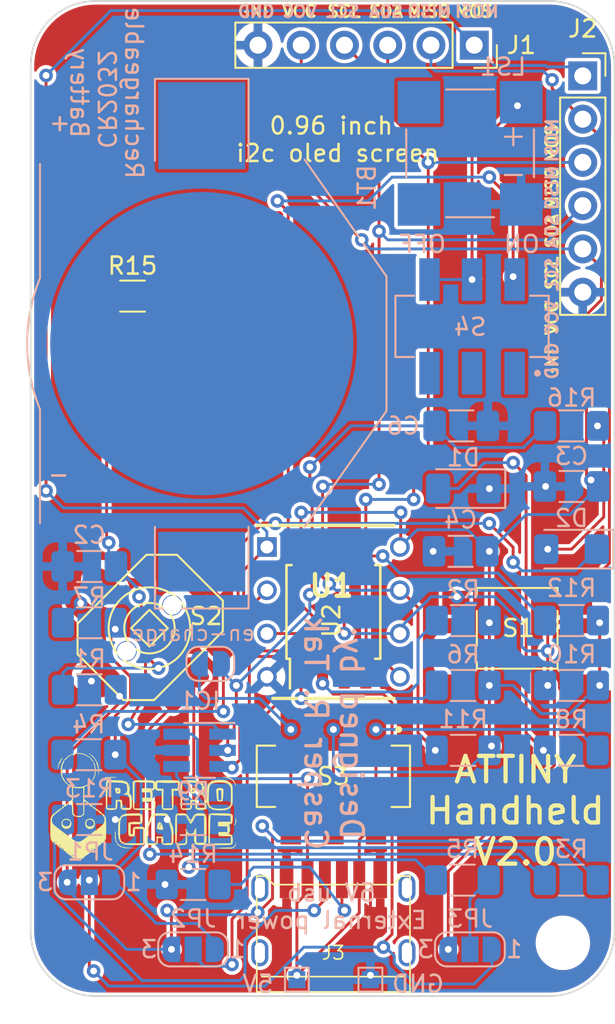
<source format=kicad_pcb>
(kicad_pcb (version 20211014) (generator pcbnew)
  (title_block (title "Tiny Handheld") (date "2022-09-17") (rev "1.0") (comment 1 "Casper R. Tak"))
  (layers (0 "F.Cu" signal) (31 "B.Cu" signal) (34 "B.Paste" user) (35 "F.Paste" user) (36 "B.SilkS" user "B.Silkscreen") (37 "F.SilkS" user "F.Silkscreen") (38 "B.Mask" user) (39 "F.Mask" user) (44 "Edge.Cuts" user))
  (net 0 "")
  (net 1 "GND")
  (net 2 "ExtVCC")
  (net 3 "VCC")
  (net 4 "Net-(D2-Pad1)")
  (net 5 "PB0{slash}SDA{slash}MOSI")
  (net 6 "PB2{slash}SCL{slash}SCK")
  (net 7 "Net-(JP1-Pad1)")
  (net 8 "PB3")
  (net 9 "Net-(JP1-Pad3)")
  (net 10 "PB5{slash}RES")
  (net 11 "Net-(JP3-Pad2)")
  (net 12 "PB1{slash}MISO")
  (net 13 "Net-(C2-Pad1)")
  (net 14 "Net-(R1-Pad2)")
  (net 15 "Net-(R3-Pad2)")
  (net 16 "Net-(R4-Pad2)")
  (net 17 "Net-(R7-Pad2)")
  (net 18 "PB4")
  (net 19 "BatOut")
  (net 20 "Net-(D1-Pad2)")
  (net 21 "Net-(LS1-PadP)")
  (net 25 "Net-(D2-Pad2)")
  (net 26 "Net-(IC1-Pad4)")
  (net 27 "Net-(C6-Pad1)")
  (net 28 "Net-(J3-PadA5)")
  (net 29 "Net-(J3-PadB5)")
  (net 30 "Net-(R5-Pad2)")
  (footprint "Connector_PinSocket_2.54mm:PinSocket_1x06_P2.54mm_Vertical" (layer "F.Cu") (at 159.258 74.93 -90)
    (fp_text reference "J1")
    (fp_text value "VDisplay/prog1" hide)
  )
  (footprint "Snapeda:SW_JS202011SCQN" (layer "F.Cu") (at 150.988 117.856 180)
    (fp_text reference "S3")
    (fp_text value "JS202011SCQN" hide)
  )
  (footprint "Package_SO:SOIC-8W_5.3x5.3mm_P1.27mm" (layer "F.Cu") (at 150.988 108.204 90)
    (fp_text reference "U2")
    (fp_text value "ATtiny85-20S")
  )
  (footprint "SamacSys_Parts:DIP781W56P254L950H533Q8N" (layer "F.Cu") (at 150.988 108.204)
    (fp_text reference "U1")
    (fp_text value "ATtiny85-20P" hide)
  )
  (footprint "Connector_PinSocket_2.54mm:PinSocket_1x06_P2.54mm_Vertical" (layer "F.Cu") (at 165.633 76.733)
    (fp_text reference "J2")
    (fp_text value "HDisplay/prog" hide)
  )
  (footprint "Button_Switch_SMD:SW_SPST_TL3305B" (layer "F.Cu") (at 161.783 109.168)
    (fp_text reference "S1")
    (fp_text value "MOMENTARY-SWITCH-SPST-2-SMD-5.2MM" hide)
  )
  (footprint "MountingHole:MountingHole_2.7mm_M2.5_ISO7380" (layer "F.Cu") (at 164.465 127.635)
    (fp_text reference "REF**" hide)
    (fp_text value "MountingHole_2.7mm_M2.5_ISO7380" hide)
  )
  (footprint "Libraries:logo retro" (layer "F.Cu") (at 139.827 119.761)
    (fp_text reference "G***" hide)
    (fp_text value "LOGO" hide)
  )
  (footprint "Resistor_SMD:R_1206_3216Metric_Pad1.30x1.75mm_HandSolder" (layer "F.Cu") (at 139.192 89.662)
    (fp_text reference "R15")
    (fp_text value "10k NTC")
  )
  (footprint "Button_Switch_SMD:5 way button (joystick)" (layer "F.Cu") (at 140.185063 105.604063 90)
    (fp_text reference "S2")
    (fp_text value "JOYSTICK_MINI" hide)
  )
  (footprint "USB-C-Power-tester:TYPE-C-31-M-17_handsolder" (layer "F.Cu") (at 150.988 128.218)
    (fp_text reference "J3")
    (fp_text value "USB_C_Receptacle_USB2.0")
  )
  (footprint "Jumper:SolderJumper-3_P1.3mm_Open_RoundedPad1.0x1.5mm_NumberLabels" (layer "B.Cu") (at 136.652 124.079 180)
    (fp_text reference "JP1")
    (fp_text value "SolderJumper_3_Bridged123" hide)
  )
  (footprint "TestPoint:TestPoint_Pad_1.0x1.0mm" (layer "B.Cu") (at 148.844 129.794 180)
    (fp_text reference "5V")
    (fp_text value "5V")
  )
  (footprint "Battery:BatteryHolder_Keystone_3002_1x2032" (layer "B.Cu") (at 143.256 92.456 -90)
    (fp_text reference "BT1")
    (fp_text value "BATTERY-6.8MM_SMD")
  )
  (footprint "Resistor_SMD:R_1206_3216Metric_Pad1.30x1.75mm_HandSolder" (layer "B.Cu") (at 164.958 123.952 180)
    (fp_text reference "R3")
    (fp_text value "33k")
  )
  (footprint "Resistor_SMD:R_1206_3216Metric_Pad1.30x1.75mm_HandSolder" (layer "B.Cu") (at 142.748 120.396 180)
    (fp_text reference "R9")
    (fp_text value "11k")
  )
  (footprint "Capacitor_SMD:C_1206_3216Metric_Pad1.33x1.80mm_HandSolder" (layer "B.Cu") (at 164.973 100.838 180)
    (fp_text reference "C3")
    (fp_text value "47uF")
  )
  (footprint "Resistor_SMD:R_1206_3216Metric_Pad1.30x1.75mm_HandSolder" (layer "B.Cu") (at 136.652 108.839 180)
    (fp_text reference "R7")
    (fp_text value "33k")
  )
  (footprint "Resistor_SMD:R_1206_3216Metric_Pad1.30x1.75mm_HandSolder" (layer "B.Cu") (at 158.56062 123.952 180)
    (fp_text reference "R5")
    (fp_text value "33k")
  )
  (footprint "Resistor_SMD:R_1206_3216Metric_Pad1.30x1.75mm_HandSolder" (layer "B.Cu") (at 158.608 116.332 180)
    (fp_text reference "R11")
    (fp_text value "4k7")
  )
  (footprint "Snapeda:SW_JS202011SCQN" (layer "B.Cu") (at 159.131 91.44 180)
    (fp_text reference "S4")
    (fp_text value "JS202011SCQN" hide)
  )
  (footprint "Jumper:SolderJumper-3_P1.3mm_Open_RoundedPad1.0x1.5mm_NumberLabels" (layer "B.Cu") (at 159.004 128.016 180)
    (fp_text reference "JP3")
    (fp_text value "SolderJumper_3_Bridged123" hide)
  )
  (footprint "Resistor_SMD:R_1206_3216Metric_Pad1.30x1.75mm_HandSolder" (layer "B.Cu") (at 164.973 97.282)
    (fp_text reference "R16")
    (fp_text value "470")
  )
  (footprint "Resistor_SMD:R_1206_3216Metric_Pad1.30x1.75mm_HandSolder" (layer "B.Cu") (at 164.973 108.712 180)
    (fp_text reference "R12")
    (fp_text value "4k7")
  )
  (footprint "Jumper:SolderJumper-2_P1.3mm_Open_RoundedPad1.0x1.5mm" (layer "B.Cu") (at 143.764 111.252 180)
    (fp_text reference "en-charge")
    (fp_text value "Jumper_2_Open" hide)
  )
  (footprint "Package_TO_SOT_SMD:SOT-23-6_Handsoldering" (layer "B.Cu") (at 143.129 116.332 180)
    (fp_text reference "IC1")
    (fp_text value "BQ21040DBVR" hide)
  )
  (footprint "Resistor_SMD:R_1206_3216Metric_Pad1.30x1.75mm_HandSolder" (layer "B.Cu") (at 136.652 112.776 180)
    (fp_text reference "R1")
    (fp_text value "88k")
  )
  (footprint "Resistor_SMD:R_1206_3216Metric_Pad1.30x1.75mm_HandSolder" (layer "B.Cu") (at 142.748 124.206)
    (fp_text reference "R14")
    (fp_text value "5k1")
  )
  (footprint "Capacitor_SMD:C_1206_3216Metric_Pad1.33x1.80mm_HandSolder" (layer "B.Cu") (at 158.496 97.282)
    (fp_text reference "C6")
    (fp_text value "2.2uF 16V")
  )
  (footprint "Jumper:SolderJumper-3_P1.3mm_Open_RoundedPad1.0x1.5mm_NumberLabels" (layer "B.Cu") (at 142.748 128.016 180)
    (fp_text reference "JP2")
    (fp_text value "SolderJumper_3_Bridged123" hide)
  )
  (footprint "Resistor_SMD:R_1206_3216Metric_Pad1.30x1.75mm_HandSolder" (layer "B.Cu") (at 164.973 112.522 180)
    (fp_text reference "R10")
    (fp_text value "10k")
  )
  (footprint "LED_SMD:LED_1206_3216Metric_Pad1.42x1.75mm_HandSolder" (layer "B.Cu") (at 158.623 100.965 180)
    (fp_text reference "D1")
    (fp_text value "LED")
  )
  (footprint "Resistor_SMD:R_1206_3216Metric_Pad1.30x1.75mm_HandSolder" (layer "B.Cu") (at 158.608 112.522 180)
    (fp_text reference "R6")
    (fp_text value "22k")
  )
  (footprint "Resistor_SMD:R_1206_3216Metric_Pad1.30x1.75mm_HandSolder" (layer "B.Cu") (at 136.652 120.396 180)
    (fp_text reference "R13")
    (fp_text value "5k1")
  )
  (footprint "Snapeda:XDCR_KSSGK4B16-20" (layer "B.Cu") (at 159.01625 81.28 180)
    (fp_text reference "LS1")
    (fp_text value "KSSGK4B16-20" hide)
  )
  (footprint "LED_SMD:LED_1206_3216Metric_Pad1.42x1.75mm_HandSolder" (layer "B.Cu") (at 164.973 104.521 180)
    (fp_text reference "D2")
    (fp_text value "LED")
  )
  (footprint "Resistor_SMD:R_1206_3216Metric_Pad1.30x1.75mm_HandSolder" (layer "B.Cu") (at 164.958 116.332 180)
    (fp_text reference "R8")
    (fp_text value "470")
  )
  (footprint "Capacitor_SMD:C_1206_3216Metric_Pad1.33x1.80mm_HandSolder" (layer "B.Cu") (at 136.652 105.537 180)
    (fp_text reference "C2")
    (fp_text value "1uF")
  )
  (footprint "TestPoint:TestPoint_Pad_1.0x1.0mm" (layer "B.Cu") (at 153.162 129.794 180)
    (fp_text reference "GND")
    (fp_text value "GND")
  )
  (footprint "Resistor_SMD:R_1206_3216Metric_Pad1.30x1.75mm_HandSolder" (layer "B.Cu") (at 136.626 116.586 180)
    (fp_text reference "R4")
    (fp_text value "88k")
  )
  (footprint "Capacitor_SMD:C_1206_3216Metric_Pad1.33x1.80mm_HandSolder" (layer "B.Cu") (at 158.4575 104.648 180)
    (fp_text reference "C4")
    (fp_text value "100nF")
  )
  (footprint "Resistor_SMD:R_1206_3216Metric_Pad1.30x1.75mm_HandSolder" (layer "B.Cu") (at 158.608 108.712 180)
    (fp_text reference "R2")
    (fp_text value "22k")
  )
  (gr_arc (start 137.018 130.758) (mid 134.323923 129.642077) (end 133.208 126.948) (layer "Edge.Cuts") (width 0.1))
  (gr_arc (start 133.208 76.148) (mid 134.323923 73.453923) (end 137.018 72.338) (layer "Edge.Cuts") (width 0.1))
  (gr_line (start 133.208 77.418) (end 133.208 76.148) (layer "Edge.Cuts") (width 0.1))
  (gr_arc (start 163.688 72.338) (mid 166.382077 73.453923) (end 167.498 76.148) (layer "Edge.Cuts") (width 0.1))
  (gr_arc (start 167.498 126.948) (mid 166.382077 129.642077) (end 163.688 130.758) (layer "Edge.Cuts") (width 0.1))
  (gr_line (start 133.208 126.948) (end 133.208 77.418) (layer "Edge.Cuts") (width 0.1))
  (gr_line (start 167.498 76.148) (end 167.498 126.948) (layer "Edge.Cuts") (width 0.1))
  (gr_line (start 137.018 72.338) (end 163.688 72.338) (layer "Edge.Cuts") (width 0.1))
  (gr_line (start 163.688 130.758) (end 137.018 130.758) (layer "Edge.Cuts") (width 0.1))
  (gr_text "ON\n" (at 162.052 86.614) (layer "B.SilkS") (effects (font (size 1 1)) (justify mirror)))
  (gr_text "OFF\n" (at 156.21 86.614) (layer "B.SilkS") (effects (font (size 1 1)) (justify mirror)))
  (gr_text "MOSI\n" (at 159.41 72.95) (layer "B.SilkS") (effects (font (size 0.7 0.7)) (justify mirror)))
  (gr_text "-\n" (at 134.85 100.12) (layer "B.SilkS") (effects (font (size 1 1)) (justify mirror)))
  (gr_text "MISO\n" (at 163.83 83.312 90) (layer "B.SilkS") (effects (font (size 0.7 0.7)) (justify mirror)))
  (gr_text "SDA" (at 163.83 85.852 90) (layer "B.SilkS") (effects (font (size 0.7 0.7)) (justify mirror)))
  (gr_text "SDA" (at 154.076 72.95) (layer "B.SilkS") (effects (font (size 0.7 0.7)) (justify mirror)))
  (gr_text "GND" (at 146.456 72.95) (layer "B.SilkS") (effects (font (size 0.7 0.7)) (justify mirror)))
  (gr_text "SCL" (at 151.536 72.95) (layer "B.SilkS") (effects (font (size 0.7 0.7)) (justify mirror)))
  (gr_text "SCL" (at 163.83 88.392 90) (layer "B.SilkS") (effects (font (size 0.7 0.7)) (justify mirror)))
  (gr_text "5V usb\nExternal power" (at 150.861 125.5002) (layer "B.SilkS") (effects (font (size 1 1)) (justify mirror)))
  (gr_text "VCC\n" (at 148.996 72.95) (layer "B.SilkS") (effects (font (size 0.7 0.7)) (justify mirror)))
  (gr_text "Designed by:\nCasper R. Tak" (at 151.003 115.316 270) (layer "B.SilkS") (effects (font (size 1.3 1.3) (thickness 0.2)) (justify mirror)))
  (gr_text "VCC\n" (at 163.83 90.932 90) (layer "B.SilkS") (effects (font (size 0.7 0.7)) (justify mirror)))
  (gr_text "MISO\n" (at 156.616 72.95) (layer "B.SilkS") (effects (font (size 0.7 0.7)) (justify mirror)))
  (gr_text "GND" (at 163.83 93.472 90) (layer "B.SilkS") (effects (font (size 0.7 0.7)) (justify mirror)))
  (gr_text "MOSI\n" (at 163.83 80.518 90) (layer "B.SilkS") (effects (font (size 0.7 0.7)) (justify mirror)))
  (gr_text "Rechargeable\nCR2032 \nBattery" (at 137.668 77.724 270) (layer "B.SilkS") (effects (font (size 1 1)) (justify mirror)))
  (gr_text "+" (at 134.92 79.47) (layer "B.SilkS") (effects (font (size 1 1)) (justify mirror)))
  (gr_text "VCC\n" (at 163.83 90.932 90) (layer "F.SilkS") (effects (font (size 0.7 0.7))))
  (gr_text "MISO\n" (at 163.83 83.312 90) (layer "F.SilkS") (effects (font (size 0.7 0.7))))
  (gr_text "0.96 inch \ni2c oled screen" (at 151.242 80.466) (layer "F.SilkS") (effects (font (size 1 1))))
  (gr_text "SCL" (at 151.608 72.95) (layer "F.SilkS") (effects (font (size 0.7 0.7))))
  (gr_text "SCL" (at 163.83 88.32 90) (layer "F.SilkS") (effects (font (size 0.7 0.7))))
  (gr_text "SDA" (at 163.83 85.852 90) (layer "F.SilkS") (effects (font (size 0.7 0.7))))
  (gr_text "GND" (at 163.83 93.472 90) (layer "F.SilkS") (effects (font (size 0.7 0.7))))
  (gr_text "MISO\n" (at 156.616 72.95) (layer "F.SilkS") (effects (font (size 0.7 0.7))))
  (gr_text "MOSI\n" (at 159.41 72.95) (layer "F.SilkS") (effects (font (size 0.7 0.7))))
  (gr_text "VCC\n" (at 148.996 72.95) (layer "F.SilkS") (effects (font (size 0.7 0.7))))
  (gr_text "SDA" (at 154.076 72.95) (layer "F.SilkS") (effects (font (size 0.7 0.7))))
  (gr_text "MOSI\n" (at 163.83 80.518 90) (layer "F.SilkS") (effects (font (size 0.7 0.7))))
  (gr_text "GND" (at 146.456 72.95) (layer "F.SilkS") (effects (font (size 0.7 0.7))))
  (gr_text "ATTINY\nHandheld\nV2.0" (at 161.671 119.888) (layer "F.SilkS") (effects (font (size 1.5 1.5) (thickness 0.25))))
  (segment (start 153.162 129.54) (end 153.162 124.494) (width 0.17) (layer "F.Cu") (net 1))
  (segment (start 153.162 124.494) (end 153.738 123.918) (width 0.17) (layer "F.Cu") (net 1))
  (segment (start 138.176 120.396) (end 138.176 121.666) (width 0.17) (layer "F.Cu") (net 1))
  (segment (start 138.176 121.666) (end 140.716 124.206) (width 0.17) (layer "F.Cu") (net 1))
  (segment (start 140.716 124.206) (end 141.097 124.206) (width 0.17) (layer "F.Cu") (net 1))
  (via (at 153.162 129.54) (size 0.8) (drill 0.4) (layers "F.Cu" "B.Cu") (net 1))
  (via (at 141.097 124.206) (size 0.8) (drill 0.4) (layers "F.Cu" "B.Cu") (net 1))
  (via (at 160.147 100.965) (size 0.8) (drill 0.4) (layers "F.Cu" "B.Cu") (net 1))
  (via (at 141.224 120.396) (size 0.8) (drill 0.4) (layers "F.Cu" "B.Cu") (net 1))
  (via (at 163.449 100.838) (size 0.8) (drill 0.4) (layers "F.Cu" "B.Cu") (net 1))
  (via (at 156.845 104.648) (size 0.8) (drill 0.4) (layers "F.Cu" "B.Cu") (net 1))
  (via (at 138.176 120.396) (size 0.8) (drill 0.4) (layers "F.Cu" "B.Cu") (net 1))
  (via (at 136.779 112.268) (size 0.8) (drill 0.4) (layers "F.Cu" "B.Cu") (net 1))
  (segment (start 152.508 121.586) (end 153.488 120.606) (width 0.17) (layer "F.Cu") (net 2))
  (segment (start 148.844 129.54) (end 152.508 125.876) (width 0.17) (layer "F.Cu") (net 2))
  (segment (start 149.468 117.994) (end 149.479 117.983) (width 0.17) (layer "F.Cu") (net 2))
  (segment (start 148.844 125.292) (end 149.468 124.668) (width 0.17) (layer "F.Cu") (net 2))
  (segment (start 148.844 129.54) (end 148.844 125.292) (width 0.17) (layer "F.Cu") (net 2))
  (segment (start 149.468 123.918) (end 149.468 117.994) (width 0.17) (layer "F.Cu") (net 2))
  (segment (start 152.508 123.918) (end 152.508 121.586) (width 0.17) (layer "F.Cu") (net 2))
  (segment (start 153.488 120.606) (end 153.488 115.106) (width 0.17) (layer "F.Cu") (net 2))
  (segment (start 152.508 125.876) (end 152.508 123.918) (width 0.17) (layer "F.Cu") (net 2))
  (via (at 148.844 129.54) (size 0.8) (drill 0.4) (layers "F.Cu" "B.Cu") (net 2))
  (via (at 153.488 115.106) (size 0.8) (drill 0.4) (layers "F.Cu" "B.Cu") (net 2))
  (via (at 149.479 117.983) (size 0.8) (drill 0.4) (layers "F.Cu" "B.Cu") (net 2))
  (segment (start 143.002 115.697) (end 142.687 115.382) (width 0.17) (layer "B.Cu") (net 2))
  (segment (start 142.687 115.382) (end 141.779 115.382) (width 0.17) (layer "B.Cu") (net 2))
  (segment (start 149.469 117.993) (end 143.266 117.993) (width 0.17) (layer "B.Cu") (net 2))
  (segment (start 153.488 115.106) (end 165.282 115.106) (width 0.17) (layer "B.Cu") (net 2))
  (segment (start 149.479 117.983) (end 149.469 117.993) (width 0.17) (layer "B.Cu") (net 2))
  (segment (start 165.282 115.106) (end 166.508 116.332) (width 0.17) (layer "B.Cu") (net 2))
  (segment (start 143.266 117.993) (end 143.002 117.729) (width 0.17) (layer "B.Cu") (net 2))
  (segment (start 143.002 117.729) (end 143.002 115.697) (width 0.17) (layer "B.Cu") (net 2))
  (segment (start 166.624 108.839) (end 166.624 112.522) (width 0.17) (layer "F.Cu") (net 3))
  (segment (start 152.654 86.36) (end 149.098 82.804) (width 0.17) (layer "F.Cu") (net 3))
  (segment (start 160.147 115.951) (end 160.147 104.648) (width 0.17) (layer "F.Cu") (net 3))
  (segment (start 166.728 87.988) (end 165.633 86.893) (width 0.17) (layer "F.Cu") (net 3))
  (segment (start 149.098 82.804) (end 149.098 74.93) (width 0.17) (layer "F.Cu") (net 3))
  (segment (start 165.852 90.762564) (end 166.728 89.886564) (width 0.17) (layer "F.Cu") (net 3))
  (segment (start 149.083 102.377) (end 149.098 102.362) (width 0.17) (layer "F.Cu") (net 3))
  (segment (start 166.728 89.886564) (end 166.728 87.988) (width 0.17) (layer "F.Cu") (net 3))
  (segment (start 166.116 100.457) (end 165.852 100.193) (width 0.17) (layer "F.Cu") (net 3))
  (segment (start 165.852 100.193) (end 165.852 90.762564) (width 0.17) (layer "F.Cu") (net 3))
  (segment (start 160.274 116.078) (end 160.147 115.951) (width 0.17) (layer "F.Cu") (net 3))
  (segment (start 149.083 104.554) (end 149.083 102.377) (width 0.17) (layer "F.Cu") (net 3))
  (segment (start 150.988 120.606) (end 150.988 115.106) (width 0.17) (layer "F.Cu") (net 3))
  (segment (start 154.94 102.362) (end 154.94 104.347) (width 0.17) (layer "F.Cu") (net 3))
  (segment (start 154.94 104.347) (end 154.893 104.394) (width 0.17) (layer "F.Cu") (net 3))
  (via (at 160.147 108.839) (size 0.8) (drill 0.4) (layers "F.Cu" "B.Cu") (net 3))
  (via (at 166.624 112.522) (size 0.8) (drill 0.4) (layers "F.Cu" "B.Cu") (net 3))
  (via (at 150.988 115.106) (size 0.8) (drill 0.4) (layers "F.Cu" "B.Cu") (net 3))
  (via (at 160.147 112.522) (size 0.8) (drill 0.4) (layers "F.Cu" "B.Cu") (net 3))
  (via (at 166.624 108.839) (size 0.8) (drill 0.4) (layers "F.Cu" "B.Cu") (net 3))
  (via (at 160.147 104.648) (size 0.8) (drill 0.4) (layers "F.Cu" "B.Cu") (net 3))
  (via (at 149.098 102.362) (size 0.8) (drill 0.4) (layers "F.Cu" "B.Cu") (net 3))
  (via (at 154.94 102.362) (size 0.8) (drill 0.4) (layers "F.Cu" "B.Cu") (net 3))
  (via (at 166.116 100.457) (size 0.8) (drill 0.4) (layers "F.Cu" "B.Cu") (net 3))
  (via (at 152.654 86.36) (size 0.8) (drill 0.4) (layers "F.Cu" "B.Cu") (net 3))
  (via (at 160.274 116.078) (size 0.8) (drill 0.4) (layers "F.Cu" "B.Cu") (net 3))
  (segment (start 153.187 86.893) (end 152.654 86.36) (width 0.17) (layer "B.Cu") (net 3))
  (segment (start 158.75 117.602) (end 151.384 117.602) (width 0.17) (layer "B.Cu") (net 3))
  (segment (start 160.147 104.648) (end 162.306 102.489) (width 0.17) (layer "B.Cu") (net 3))
  (segment (start 149.098 102.362) (end 154.94 102.362) (width 0.17) (layer "B.Cu") (net 3))
  (segment (start 154.893 104.394) (end 155.909 103.378) (width 0.17) (layer "B.Cu") (net 3))
  (segment (start 161.544 112.522) (end 163.195 114.173) (width 0.17) (layer "B.Cu") (net 3))
  (segment (start 160.158 112.522) (end 161.544 112.522) (width 0.17) (layer "B.Cu") (net 3))
  (segment (start 164.872 114.173) (end 166.523 112.522) (width 0.17) (layer "B.Cu") (net 3))
  (segment (start 162.306 102.489) (end 164.8845 102.489) (width 0.17) (layer "B.Cu") (net 3))
  (segment (start 155.909 103.378) (end 158.877 103.378) (width 0.17) (layer "B.Cu") (net 3))
  (segment (start 150.988 117.206) (end 150.988 115.106) (width 0.17) (layer "B.Cu") (net 3))
  (segment (start 151.384 117.602) (end 150.988 117.206) (width 0.17) (layer "B.Cu") (net 3))
  (segment (start 154.24431 86.893) (end 165.633 86.893) (width 0.17) (layer "B.Cu") (net 3))
  (segment (start 158.877 103.378) (end 160.147 104.648) (width 0.17) (layer "B.Cu") (net 3))
  (segment (start 160.274 116.078) (end 158.75 117.602) (width 0.17) (layer "B.Cu") (net 3))
  (segment (start 164.8845 102.489) (end 166.5355 100.838) (width 0.17) (layer "B.Cu") (net 3))
  (segment (start 154.24431 86.893) (end 153.187 86.893) (width 0.17) (layer "B.Cu") (net 3))
  (segment (start 163.195 114.173) (end 164.872 114.173) (width 0.17) (layer "B.Cu") (net 3))
  (segment (start 146.05 114.427) (end 146.05 110.95669) (width 0.17) (layer "F.Cu") (net 4))
  (segment (start 161.544 104.409464) (end 160.141536 103.007) (width 0.17) (layer "F.Cu") (net 4))
  (segment (start 145.491 116.891) (end 145.491 114.986) (width 0.17) (layer "F.Cu") (net 4))
  (segment (start 146.05 110.95669) (end 145.390001 110.296691) (width 0.17) (layer "F.Cu") (net 4))
  (segment (start 161.544 105.283) (end 161.544 104.409464) (width 0.17) (layer "F.Cu") (net 4))
  (segment (start 146.841 102.987) (end 147.574 102.987) (width 0.17) (layer "F.Cu") (net 4))
  (segment (start 145.491 114.986) (end 146.05 114.427) (width 0.17) (layer "F.Cu") (net 4))
  (segment (start 145.034 117.348) (end 145.491 116.891) (width 0.17) (layer "F.Cu") (net 4))
  (segment (start 145.390001 110.296691) (end 145.390001 104.437999) (width 0.17) (layer "F.Cu") (net 4))
  (segment (start 145.390001 104.437999) (end 146.841 102.987) (width 0.17) (layer "F.Cu") (net 4))
  (via (at 160.141536 103.007) (size 0.8) (drill 0.4) (layers "F.Cu" "B.Cu") (net 4))
  (via (at 161.544 105.283) (size 0.8) (drill 0.4) (layers "F.Cu" "B.Cu") (net 4))
  (via (at 145.034 117.348) (size 0.8) (drill 0.4) (layers "F.Cu" "B.Cu") (net 4))
  (via (at 147.584 103.007) (size 0.8) (drill 0.4) (layers "F.Cu" "B.Cu") (net 4))
  (segment (start 160.141536 103.007) (end 147.584 103.007) (width 0.17) (layer "B.Cu") (net 4))
  (segment (start 162.052 105.791) (end 161.544 105.283) (width 0.17) (layer "B.Cu") (net 4))
  (segment (start 166.4605 104.521) (end 165.1905 105.791) (width 0.17) (layer "B.Cu") (net 4))
  (segment (start 165.1905 105.791) (end 162.052 105.791) (width 0.17) (layer "B.Cu") (net 4))
  (segment (start 152.908 110.029) (end 152.908 107.95) (width 0.17) (layer "F.Cu") (net 5))
  (segment (start 153.884219 104.922855) (end 153.261855 104.922855) (width 0.17) (layer "F.Cu") (net 5))
  (segment (start 156.55925 98.96475) (end 155.702 99.822) (width 0.17) (layer "F.Cu") (net 5))
  (segment (start 155.702 99.822) (end 155.702 101.6) (width 0.17) (layer "F.Cu") (net 5))
  (segment (start 153.261855 104.922855) (end 152.893 104.554) (width 0.17) (layer "F.Cu") (net 5))
  (segment (start 154.893 112.014) (end 152.908 110.029) (width 0.17) (layer "F.Cu") (net 5))
  (segment (start 154.178 74.93) (end 154.178 79.43175) (width 0.17) (layer "F.Cu") (net 5))
  (segment (start 152.893 104.554) (end 152.893 101.6) (width 0.17) (layer "F.Cu") (net 5))
  (segment (start 152.893 107.935) (end 152.893 104.554) (width 0.17) (layer "F.Cu") (net 5))
  (segment (start 154.178 79.43175) (end 156.55925 81.813) (width 0.17) (layer "F.Cu") (net 5))
  (segment (start 152.908 107.95) (end 152.893 107.935) (width 0.17) (layer "F.Cu") (net 5))
  (segment (start 156.55925 81.813) (end 156.55925 98.96475) (width 0.17) (layer "F.Cu") (net 5))
  (via (at 152.893 101.6) (size 0.8) (drill 0.4) (layers "F.Cu" "B.Cu") (net 5))
  (via (at 153.884219 104.922855) (size 0.8) (drill 0.4) (layers "F.Cu" "B.Cu") (net 5))
  (via (at 156.55925 81.813) (size 0.8) (drill 0.4) (layers "F.Cu" "B.Cu") (net 5))
  (via (at 155.702 101.6) (size 0.8) (drill 0.4) (layers "F.Cu" "B.Cu") (net 5))
  (segment (start 156.55925 81.813) (end 165.633 81.813) (width 0.17) (layer "B.Cu") (net 5))
  (segment (start 154.879364 105.918) (end 160.629 105.918) (width 0.17) (layer "B.Cu") (net 5))
  (segment (start 160.629 105.918) (end 163.423 108.712) (width 0.17) (layer "B.Cu") (net 5))
  (segment (start 153.884219 104.922855) (end 154.879364 105.918) (width 0.17) (layer "B.Cu") (net 5))
  (segment (start 152.893 101.6) (end 155.702 101.6) (width 0.17) (layer "B.Cu") (net 5))
  (segment (start 150.368 100.838) (end 150.353 100.599) (width 0.17) (layer "F.Cu") (net 6))
  (segment (start 153.67 85.852) (end 153.67 76.962) (width 0.17) (layer "F.Cu") (net 6))
  (segment (start 153.67 100.712) (end 153.67 85.852) (width 0.17) (layer "F.Cu") (net 6))
  (segment (start 154.94 106.934) (end 154.893 106.934) (width 0.17) (layer "F.Cu") (net 6))
  (segment (start 155.956 115.316) (end 155.956 107.95) (width 0.17) (layer "F.Cu") (net 6))
  (segment (start 155.956 107.95) (end 154.94 106.934) (width 0.17) (layer "F.Cu") (net 6))
  (segment (start 156.972 116.332) (end 155.956 115.316) (width 0.17) (layer "F.Cu") (net 6))
  (segment (start 150.353 106.157) (end 150.749 106.553) (width 0.17) (layer "F.Cu") (net 6))
  (segment (start 150.353 104.554) (end 150.353 106.157) (width 0.17) (layer "F.Cu") (net 6))
  (segment (start 153.67 76.962) (end 151.638 74.93) (width 0.17) (layer "F.Cu") (net 6))
  (segment (start 150.353 100.599) (end 150.353 104.554) (width 0.17) (layer "F.Cu") (net 6))
  (via (at 153.67 85.852) (size 0.8) (drill 0.4) (layers "F.Cu" "B.Cu") (net 6))
  (via (at 150.749 106.553) (size 0.8) (drill 0.4) (layers "F.Cu" "B.Cu") (net 6))
  (via (at 150.368 100.838) (size 0.8) (drill 0.4) (layers "F.Cu" "B.Cu") (net 6))
  (via (at 153.67 100.712) (size 0.8) (drill 0.4) (layers "F.Cu" "B.Cu") (net 6))
  (via (at 156.972 116.332) (size 0.8) (drill 0.4) (layers "F.Cu" "B.Cu") (net 6))
  (segment (start 154.178 86.36) (end 163.626 86.36) (width 0.17) (layer "B.Cu") (net 6))
  (segment (start 150.496 100.712) (end 150.368 100.838) (width 0.17) (layer "B.Cu") (net 6))
  (segment (start 153.67 100.712) (end 150.496 100.712) (width 0.17) (layer "B.Cu") (net 6))
  (segment (start 153.67 85.852) (end 154.178 86.36) (width 0.17) (layer "B.Cu") (net 6))
  (segment (start 150.749 106.553) (end 151.13 106.934) (width 0.17) (layer "B.Cu") (net 6))
  (segment (start 163.626 86.36) (end 165.633 84.353) (width 0.17) (layer "B.Cu") (net 6))
  (segment (start 151.13 106.934) (end 154.893 106.934) (width 0.17) (layer "B.Cu") (net 6))
  (segment (start 139.075 113.424168) (end 139.075 112.024) (width 0.17) (layer "F.Cu") (net 7))
  (segment (start 138.949584 113.549584) (end 139.075 113.424168) (width 0.17) (layer "F.Cu") (net 7))
  (segment (start 138.176 116.586) (end 138.176 114.323168) (width 0.17) (layer "F.Cu") (net 7))
  (segment (start 137.922 109.728) (end 137.922 109.474) (width 0.17) (layer "F.Cu") (net 7))
  (segment (start 137.922 110.871) (end 137.922 109.728) (width 0.17) (layer "F.Cu") (net 7))
  (segment (start 137.922 109.474) (end 138.176 109.22) (width 0.17) (layer "F.Cu") (net 7))
  (segment (start 138.176 114.323168) (end 138.949584 113.549584) (width 0.17) (layer "F.Cu") (net 7))
  (segment (start 139.075 112.024) (end 138.684 111.633) (width 0.17) (layer "F.Cu") (net 7))
  (segment (start 138.684 111.633) (end 137.922 110.871) (width 0.17) (layer "F.Cu") (net 7))
  (via (at 138.176 109.22) (size 0.8) (drill 0.4) (layers "F.Cu" "B.Cu") (net 7))
  (via (at 138.176 116.586) (size 0.8) (drill 0.4) (layers "F.Cu" "B.Cu") (net 7))
  (segment (start 138.176 124.079) (end 137.952 124.079) (width 0.17) (layer "B.Cu") (net 7))
  (segment (start 137.952 123.668) (end 139.7 121.92) (width 0.17) (layer "B.Cu") (net 7))
  (segment (start 139.7 121.92) (end 139.7 118.11) (width 0.17) (layer "B.Cu") (net 7))
  (segment (start 137.952 124.079) (end 137.952 123.668) (width 0.17) (layer "B.Cu") (net 7))
  (segment (start 139.7 118.11) (end 138.176 116.586) (width 0.17) (layer "B.Cu") (net 7))
  (segment (start 144.048 127.576) (end 142.964 126.492) (width 0.17) (layer "B.Cu") (net 7))
  (segment (start 142.964 126.492) (end 140.589 126.492) (width 0.17) (layer "B.Cu") (net 7))
  (segment (start 144.048 128.016) (end 144.048 127.576) (width 0.17) (layer "B.Cu") (net 7))
  (segment (start 140.589 126.492) (end 138.176 124.079) (width 0.17) (layer "B.Cu") (net 7))
  (segment (start 153.924 127.635) (end 154.432 127.127) (width 0.17) (layer "F.Cu") (net 8))
  (segment (start 153.924 127.889) (end 153.924 127.635) (width 0.17) (layer "F.Cu") (net 8))
  (segment (start 150.353 111.854) (end 150.353 112.41) (width 0.17) (layer "F.Cu") (net 8))
  (segment (start 154.432 113.538) (end 153.924 113.03) (width 0.17) (layer "F.Cu") (net 8))
  (segment (start 136.652 129.032) (end 136.906 129.286) (width 0.17) (layer "F.Cu") (net 8))
  (segment (start 153.924 113.03) (end 150.973 113.03) (width 0.17) (layer "F.Cu") (net 8))
  (segment (start 146.558 110.49) (end 146.05 109.982) (width 0.17) (layer "F.Cu") (net 8))
  (segment (start 146.05 107.967) (end 147.083 106.934) (width 0.17) (layer "F.Cu") (net 8))
  (segment (start 150.973 113.03) (end 150.353 112.41) (width 0.17) (layer "F.Cu") (net 8))
  (segment (start 150.353 111.854) (end 150.353 111.329) (width 0.17) (layer "F.Cu") (net 8))
  (segment (start 149.514 110.49) (end 146.558 110.49) (width 0.17) (layer "F.Cu") (net 8))
  (segment (start 154.432 127.127) (end 154.432 113.538) (width 0.17) (layer "F.Cu") (net 8))
  (segment (start 146.05 109.982) (end 146.05 107.967) (width 0.17) (layer "F.Cu") (net 8))
  (segment (start 150.353 111.329) (end 149.514 110.49) (width 0.17) (layer "F.Cu") (net 8))
  (segment (start 136.652 123.952) (end 136.652 129.032) (width 0.17) (layer "F.Cu") (net 8))
  (via (at 136.652 123.952) (size 0.8) (drill 0.4) (layers "F.Cu" "B.Cu") (net 8))
  (via (at 136.906 129.286) (size 0.8) (drill 0.4) (layers "F.Cu" "B.Cu") (net 8))
  (via (at 150.353 112.41) (size 0.8) (drill 0.4) (layers "F.Cu" "B.Cu") (net 8))
  (via (at 153.924 127.889) (size 0.8) (drill 0.4) (layers "F.Cu" "B.Cu") (net 8))
  (segment (start 155.956 109.814) (end 157.058 108.712) (width 0.17) (layer "B.Cu") (net 8))
  (segment (start 150.353 112.41) (end 150.846 112.903) (width 0.17) (layer "B.Cu") (net 8))
  (segment (start 155.956 112.395) (end 155.956 109.814) (width 0.17) (layer "B.Cu") (net 8))
  (segment (start 154.051 127.889) (end 154.563 128.401) (width 0.17) (layer "B.Cu") (net 8))
  (segment (start 137.795 130.175) (end 146.973 130.175) (width 0.17) (layer "B.Cu") (net 8))
  (segment (start 154.563 128.401) (end 154.563 128.826589) (width 0.17) (layer "B.Cu") (net 8))
  (segment (start 160.304 129.002) (end 160.304 128.016) (width 0.17) (layer "B.Cu") (net 8))
  (segment (start 155.448 112.903) (end 155.956 112.395) (width 0.17) (layer "B.Cu") (net 8))
  (segment (start 153.924 127.889) (end 154.051 127.889) (width 0.17) (layer "B.Cu") (net 8))
  (segment (start 154.563 128.826589) (end 155.784411 130.048) (width 0.17) (layer "B.Cu") (net 8))
  (segment (start 146.973 130.175) (end 149.259 127.889) (width 0.17) (layer "B.Cu") (net 8))
  (segment (start 159.258 130.048) (end 160.304 129.002) (width 0.17) (layer "B.Cu") (net 8))
  (segment (start 149.259 127.889) (end 153.924 127.889) (width 0.17) (layer "B.Cu") (net 8))
  (segment (start 155.784411 130.048) (end 159.258 130.048) (width 0.17) (layer "B.Cu") (net 8))
  (segment (start 150.846 112.903) (end 155.448 112.903) (width 0.17) (layer "B.Cu") (net 8))
  (segment (start 136.906 129.286) (end 137.795 130.175) (width 0.17) (layer "B.Cu") (net 8))
  (segment (start 141.224 125.73) (end 141.478 125.984) (width 0.17) (layer "F.Cu") (net 9))
  (segment (start 146.546769 125.845769) (end 146.59382 125.845769) (width 0.17) (layer "F.Cu") (net 9))
  (segment (start 147.413 121.378) (end 146.812 120.777) (width 0.17) (layer "F.Cu") (net 9))
  (segment (start 138.43 113.538) (end 135.352 116.616) (width 0.17) (layer "F.Cu") (net 9))
  (segment (start 138.43 113.157) (end 138.43 113.538) (width 0.17) (layer "F.Cu") (net 9))
  (segment (start 147.413 125.026589) (end 147.413 121.378) (width 0.17) (layer "F.Cu") (net 9))
  (segment (start 135.352 116.616) (end 135.352 124.079) (width 0.17) (layer "F.Cu") (net 9))
  (segment (start 146.59382 125.845769) (end 147.413 125.026589) (width 0.17) (layer "F.Cu") (net 9))
  (segment (start 141.478 125.984) (end 141.478 128.016) (width 0.17) (layer "F.Cu") (net 9))
  (via (at 141.478 128.016) (size 0.8) (drill 0.4) (layers "F.Cu" "B.Cu") (net 9))
  (via (at 138.43 113.157) (size 0.8) (drill 0.4) (layers "F.Cu" "B.Cu") (net 9))
  (via (at 135.352 124.079) (size 0.8) (drill 0.4) (layers "F.Cu" "B.Cu") (net 9))
  (via (at 146.812 120.777) (size 0.8) (drill 0.4) (layers "F.Cu" "B.Cu") (net 9))
  (via (at 141.224 125.73) (size 0.8) (drill 0.4) (layers "F.Cu" "B.Cu") (net 9))
  (via (at 146.546769 125.845769) (size 0.8) (drill 0.4) (layers "F.Cu" "B.Cu") (net 9))
  (segment (start 147.701 121.666) (end 164.222 121.666) (width 0.17) (layer "B.Cu") (net 9))
  (segment (start 138.849 128.016) (end 141.448 128.016) (width 0.17) (layer "B.Cu") (net 9))
  (segment (start 135.352 124.079) (end 135.352 124.519) (width 0.17) (layer "B.Cu") (net 9))
  (segment (start 141.478 125.984) (end 141.224 125.73) (width 0.17) (layer "B.Cu") (net 9))
  (segment (start 146.408538 125.984) (end 141.478 125.984) (width 0.17) (layer "B.Cu") (net 9))
  (segment (start 135.352 124.519) (end 138.849 128.016) (width 0.17) (layer "B.Cu") (net 9))
  (segment (start 146.546769 125.845769) (end 146.408538 125.984) (width 0.17) (layer "B.Cu") (net 9))
  (segment (start 164.222 121.666) (end 166.508 123.952) (width 0.17) (layer "B.Cu") (net 9))
  (segment (start 146.812 120.777) (end 147.701 121.666) (width 0.17) (layer "B.Cu") (net 9))
  (segment (start 145.720001 110.160001) (end 145.720001 105.756999) (width 0.17) (layer "F.Cu") (net 10))
  (segment (start 145.923 115.331) (end 145.923 125.325832) (width 0.17) (layer "F.Cu") (net 10))
  (segment (start 145.923 125.325832) (end 145.7225 125.526332) (width 0.17) (layer "F.Cu") (net 10))
  (segment (start 148.049 110.82) (end 146.38 110.82) (width 0.17) (layer "F.Cu") (net 10))
  (segment (start 145.720001 105.756999) (end 147.083 104.394) (width 0.17) (layer "F.Cu") (net 10))
  (segment (start 149.098 113.284) (end 149.083 113.269) (width 0.17) (layer "F.Cu") (net 10))
  (segment (start 145.034 126.238) (end 145.034 128.905) (width 0.17) (layer "F.Cu") (net 10))
  (segment (start 149.083 111.854) (end 148.049 110.82) (width 0.17) (layer "F.Cu") (net 10))
  (segment (start 149.098 113.284) (end 147.97 113.284) (width 0.17) (layer "F.Cu") (net 10))
  (segment (start 134.112 101.092) (end 134.112 76.708) (width 0.17) (layer "F.Cu") (net 10))
  (segment (start 145.7225 125.5495) (end 145.034 126.238) (width 0.17) (layer "F.Cu") (net 10))
  (segment (start 149.083 113.269) (end 149.083 111.854) (width 0.17) (layer "F.Cu") (net 10))
  (segment (start 146.38 110.82) (end 145.720001 110.160001) (width 0.17) (layer "F.Cu") (net 10))
  (segment (start 147.97 113.284) (end 145.923 115.331) (width 0.17) (layer "F.Cu") (net 10))
  (segment (start 145.7225 125.526332) (end 145.7225 125.5495) (width 0.17) (layer "F.Cu") (net 10))
  (via (at 149.098 113.284) (size 0.8) (drill 0.4) (layers "F.Cu" "B.Cu") (net 10))
  (via (at 134.112 76.708) (size 0.8) (drill 0.4) (layers "F.Cu" "B.Cu") (net 10))
  (via (at 145.034 128.905) (size 0.8) (drill 0.4) (layers "F.Cu" "B.Cu") (net 10))
  (via (at 134.112 101.092) (size 0.8) (drill 0.4) (layers "F.Cu" "B.Cu") (net 10))
  (segment (start 149.098 113.284) (end 156.296 113.284) (width 0.17) (layer "B.Cu") (net 10))
  (segment (start 165.1 76.2) (end 165.633 76.733) (width 0.17) (layer "B.Cu") (net 10))
  (segment (start 156.296 113.284) (end 157.058 112.522) (width 0.17) (layer "B.Cu") (net 10))
  (segment (start 145.698 102.108) (end 136.144 102.108) (width 0.17) (layer "B.Cu") (net 10))
  (segment (start 137.922 72.898) (end 157.226 72.898) (width 0.17) (layer "B.Cu") (net 10))
  (segment (start 163.45869 76.124) (end 163.53469 76.2) (width 0.17) (layer "B.Cu") (net 10))
  (segment (start 135.128 102.108) (end 134.112 101.092) (width 0.17) (layer "B.Cu") (net 10))
  (segment (start 147.083 104.394) (end 147.083 103.493) (width 0.17) (layer "B.Cu") (net 10))
  (segment (start 147.083 103.493) (end 145.698 102.108) (width 0.17) (layer "B.Cu") (net 10))
  (segment (start 142.748 128.362482) (end 142.748 128.016) (width 0.17) (layer "B.Cu") (net 10))
  (segment (start 145.034 128.905) (end 144.928 129.011) (width 0.17) (layer "B.Cu") (net 10))
  (segment (start 137.922 72.898) (end 134.112 76.708) (width 0.17) (layer "B.Cu") (net 10))
  (segment (start 143.396518 129.011) (end 142.748 128.362482) (width 0.17) (layer "B.Cu") (net 10))
  (segment (start 157.226 72.898) (end 159.258 74.93) (width 0.17) (layer "B.Cu") (net 10))
  (segment (start 160.452 76.124) (end 163.45869 76.124) (width 0.17) (layer "B.Cu") (net 10))
  (segment (start 159.258 74.93) (end 160.452 76.124) (width 0.17) (layer "B.Cu") (net 10))
  (segment (start 144.928 129.011) (end 143.396518 129.011) (width 0.17) (layer "B.Cu") (net 10))
  (segment (start 136.144 102.108) (end 135.128 102.108) (width 0.17) (layer "B.Cu") (net 10))
  (segment (start 163.53469 76.2) (end 165.1 76.2) (width 0.17) (layer "B.Cu") (net 10))
  (segment (start 159.004 125.05862) (end 160.11062 123.952) (width 0.17) (layer "B.Cu") (net 11))
  (segment (start 159.004 128.016) (end 159.004 125.05862) (width 0.17) (layer "B.Cu") (net 11))
  (segment (start 157.734 123.444) (end 163.967 117.211) (width 0.17) (layer "F.Cu") (net 12))
  (segment (start 167.196306 80.836306) (end 165.633 79.273) (width 0.17) (layer "F.Cu") (net 12))
  (segment (start 166.878 105.664) (end 167.196306 105.345694) (width 0.17) (layer "F.Cu") (net 12))
  (segment (start 163.967 117.211) (end 163.967 112.913) (width 0.17) (layer "F.Cu") (net 12))
  (segment (start 167.196306 105.345694) (end 167.196306 80.836306) (width 0.17) (layer "F.Cu") (net 12))
  (segment (start 165.383 107.668) (end 166.878 106.173) (width 0.17) (layer "F.Cu") (net 12))
  (segment (start 151.623 109.459) (end 151.623 104.554) (width 0.17) (layer "F.Cu") (net 12))
  (segment (start 165.633 79.273) (end 163.83 77.47) (width 0.17) (layer "F.Cu") (net 12))
  (segment (start 163.967 112.913) (end 163.576 112.522) (width 0.17) (layer "F.Cu") (net 12))
  (segment (start 163.83 77.47) (end 163.83 76.962) (width 0.17) (layer "F.Cu") (net 12))
  (segment (start 151.638 109.474) (end 151.623 109.459) (width 0.17) (layer "F.Cu") (net 12))
  (segment (start 163.576 109.475) (end 165.383 107.668) (width 0.17) (layer "F.Cu") (net 12))
  (segment (start 166.878 106.173) (end 166.878 105.664) (width 0.17) (layer "F.Cu") (net 12))
  (segment (start 163.576 110.49) (end 163.576 109.475) (width 0.17) (layer "F.Cu") (net 12))
  (segment (start 163.576 112.522) (end 163.576 110.49) (width 0.17) (layer "F.Cu") (net 12))
  (segment (start 157.734 128.016) (end 157.734 123.444) (width 0.17) (layer "F.Cu") (net 12))
  (via (at 163.576 112.522) (size 0.8) (drill 0.4) (layers "F.Cu" "B.Cu") (net 12))
  (via (at 151.638 109.474) (size 0.8) (drill 0.4) (layers "F.Cu" "B.Cu") (net 12))
  (via (at 158.242 107.315) (size 0.8) (drill 0.4) (layers "F.Cu" "B.Cu") (net 12))
  (via (at 163.576 110.49) (size 0.8) (drill 0.4) (layers "F.Cu" "B.Cu") (net 12))
  (via (at 157.734 128.016) (size 0.8) (drill 0.4) (layers "F.Cu" "B.Cu") (net 12))
  (via (at 163.83 76.962) (size 0.8) (drill 0.4) (layers "F.Cu" "B.Cu") (net 12))
  (segment (start 158.242 107.315) (end 156.729964 107.315) (width 0.17) (layer "B.Cu") (net 12))
  (segment (start 163.322 76.454) (end 156.972 76.454) (width 0.17) (layer "B.Cu") (net 12))
  (segment (start 162.052 108.880964) (end 162.052 110.236) (width 0.17) (layer "B.Cu") (net 12))
  (segment (start 162.052 110.236) (end 162.306 110.49) (width 0.17) (layer "B.Cu") (net 12))
  (segment (start 151.638 109.474) (end 154.893 109.474) (width 0.17) (layer "B.Cu") (net 12))
  (segment (start 156.729964 107.315) (end 154.893 109.151964) (width 0.17) (layer "B.Cu") (net 12))
  (segment (start 160.486036 107.315) (end 162.052 108.880964) (width 0.17) (layer "B.Cu") (net 12))
  (segment (start 156.718 76.2) (end 156.718 74.93) (width 0.17) (layer "B.Cu") (net 12))
  (segment (start 154.893 109.151964) (end 154.893 109.474) (width 0.17) (layer "B.Cu") (net 12))
  (segment (start 162.306 110.49) (end 163.576 110.49) (width 0.17) (layer "B.Cu") (net 12))
  (segment (start 156.972 76.454) (end 156.718 76.2) (width 0.17) (layer "B.Cu") (net 12))
  (segment (start 158.242 107.315) (end 160.486036 107.315) (width 0.17) (layer "B.Cu") (net 12))
  (segment (start 163.83 76.962) (end 163.322 76.454) (width 0.17) (layer "B.Cu") (net 12))
  (segment (start 139.7 109.6021) (end 139.7 107.442) (width 0.17) (layer "F.Cu") (net 13))
  (segment (start 137.668 104.013) (end 137.668 89.688) (width 0.17) (layer "F.Cu") (net 13))
  (segment (start 138.938 114.808) (end 139.954 113.03) (width 0.17) (layer "F.Cu") (net 13))
  (segment (start 139.954 109.855) (end 139.7011 109.6021) (width 0.17) (layer "F.Cu") (net 13))
  (segment (start 139.7 107.442) (end 139.573 107.315) (width 0.17) (layer "F.Cu") (net 13))
  (segment (start 139.7011 109.6021) (end 139.7 109.6021) (width 0.17) (layer "F.Cu") (net 13))
  (segment (start 139.954 113.03) (end 139.954 109.855) (width 0.17) (layer "F.Cu") (net 13))
  (segment (start 137.668 89.688) (end 137.642 89.662) (width 0.17) (layer "F.Cu") (net 13))
  (segment (start 137.795 104.14) (end 137.668 104.013) (width 0.17) (layer "F.Cu") (net 13))
  (via (at 139.573 107.315) (size 0.8) (drill 0.4) (layers "F.Cu" "B.Cu") (net 13))
  (via (at 138.938 114.808) (size 0.8) (drill 0.4) (layers "F.Cu" "B.Cu") (net 13))
  (via (at 137.795 104.14) (size 0.8) (drill 0.4) (layers "F.Cu" "B.Cu") (net 13))
  (segment (start 138.938 114.808) (end 143.905 114.808) (width 0.17) (layer "B.Cu") (net 13))
  (segment (start 139.573 107.315) (end 139.573 106.8955) (width 0.17) (layer "B.Cu") (net 13))
  (segment (start 137.795 104.14) (end 137.795 105.1175) (width 0.17) (layer "B.Cu") (net 13))
  (segment (start 143.905 114.808) (end 144.479 115.382) (width 0.17) (layer "B.Cu") (net 13))
  (segment (start 139.573 106.8955) (end 138.2145 105.537) (width 0.17) (layer "B.Cu") (net 13))
  (segment (start 137.795 105.1175) (end 138.2145 105.537) (width 0.17) (layer "B.Cu") (net 13))
  (segment (start 140.284 111.074) (end 140.716 111.506) (width 0.17) (layer "F.Cu") (net 14))
  (segment (start 140.284 106.385318) (end 140.284 111.074) (width 0.17) (layer "F.Cu") (net 14))
  (segment (start 139.01763 105.118948) (end 140.284 106.385318) (width 0.17) (layer "F.Cu") (net 14))
  (via (at 140.716 111.506) (size 0.8) (drill 0.4) (layers "F.Cu" "B.Cu") (net 14))
  (segment (start 140.716 111.506) (end 135.382 111.506) (width 0.17) (layer "B.Cu") (net 14))
  (segment (start 135.102 111.786) (end 135.102 112.776) (width 0.17) (layer "B.Cu") (net 14))
  (segment (start 135.382 111.506) (end 135.102 111.786) (width 0.17) (layer "B.Cu") (net 14))
  (segment (start 140.208 115.062) (end 141.352496 113.917504) (width 0.17) (layer "F.Cu") (net 15))
  (segment (start 141.352496 113.917504) (end 141.352496 113.201178) (width 0.17) (layer "F.Cu") (net 15))
  (segment (start 140.208 122.428) (end 140.208 115.062) (width 0.17) (layer "F.Cu") (net 15))
  (via (at 140.208 122.428) (size 0.8) (drill 0.4) (layers "F.Cu" "B.Cu") (net 15))
  (segment (start 161.884 122.428) (end 163.408 123.952) (width 0.17) (layer "B.Cu") (net 15))
  (segment (start 140.208 122.428) (end 161.884 122.428) (width 0.17) (layer "B.Cu") (net 15))
  (segment (start 144.526 110.627318) (end 144.526 114.046) (width 0.17) (layer "F.Cu") (net 16))
  (segment (start 144.226178 110.327496) (end 144.526 110.627318) (width 0.17) (layer "F.Cu") (net 16))
  (via (at 144.526 114.046) (size 0.8) (drill 0.4) (layers "F.Cu" "B.Cu") (net 16))
  (segment (start 144.526 114.046) (end 137.616 114.046) (width 0.17) (layer "B.Cu") (net 16))
  (segment (start 137.616 114.046) (end 135.076 116.586) (width 0.17) (layer "B.Cu") (net 16))
  (via (at 136.144 107.696) (size 0.8) (drill 0.4) (layers "F.Cu" "B.Cu") (net 17))
  (segment (start 135.102 108.738) (end 136.144 107.696) (width 0.17) (layer "B.Cu") (net 17))
  (segment (start 151.623 111.329) (end 149.768 109.474) (width 0.17) (layer "F.Cu") (net 18))
  (segment (start 149.768 109.474) (end 149.768 108.446168) (width 0.17) (layer "F.Cu") (net 18))
  (segment (start 148.336 84.709) (end 147.701 84.074) (width 0.17) (layer "F.Cu") (net 18))
  (segment (start 148.336 107.014168) (end 148.336 84.709) (width 0.17) (layer "F.Cu") (net 18))
  (segment (start 151.623 111.854) (end 151.623 111.329) (width 0.17) (layer "F.Cu") (net 18))
  (segment (start 149.768 108.446168) (end 148.336 107.014168) (width 0.17) (layer "F.Cu") (net 18))
  (segment (start 161.544 88.519) (end 161.544 84.074) (width 0.17) (layer "F.Cu") (net 18))
  (segment (start 149.768 109.474) (end 147.083 109.474) (width 0.17) (layer "F.Cu") (net 18))
  (segment (start 161.544 84.074) (end 160.147 82.677) (width 0.17) (layer "F.Cu") (net 18))
  (via (at 147.701 84.074) (size 0.8) (drill 0.4) (layers "F.Cu" "B.Cu") (net 18))
  (via (at 161.544 88.519) (size 0.8) (drill 0.4) (layers "F.Cu" "B.Cu") (net 18))
  (via (at 160.147 82.677) (size 0.8) (drill 0.4) (layers "F.Cu" "B.Cu") (net 18))
  (segment (start 147.701 84.074) (end 153.035 84.074) (width 0.17) (layer "B.Cu") (net 18))
  (segment (start 153.035 84.074) (end 154.432 82.677) (width 0.17) (layer "B.Cu") (net 18))
  (segment (start 154.432 82.677) (end 160.147 82.677) (width 0.17) (layer "B.Cu") (net 18))
  (segment (start 148.488 120.606) (end 148.488 115.106) (width 0.17) (layer "F.Cu") (net 19))
  (via (at 148.488 115.106) (size 0.8) (drill 0.4) (layers "F.Cu" "B.Cu") (net 19))
  (segment (start 148.488 115.106) (end 146.666 113.284) (width 0.17) (layer "B.Cu") (net 19))
  (segment (start 146.666 113.284) (end 143.51 113.284) (width 0.17) (layer "B.Cu") (net 19))
  (segment (start 143.51 113.284) (end 143.114 112.888) (width 0.17) (layer "B.Cu") (net 19))
  (segment (start 143.114 112.888) (end 143.114 111.252) (width 0.17) (layer "B.Cu") (net 19))
  (segment (start 162.306 115.316) (end 163.322 116.332) (width 0.17) (layer "F.Cu") (net 20))
  (segment (start 161.544 99.441) (end 162.306 100.203) (width 0.17) (layer "F.Cu") (net 20))
  (segment (start 162.306 100.203) (end 162.306 115.316) (width 0.17) (layer "F.Cu") (net 20))
  (via (at 161.544 99.441) (size 0.8) (drill 0.4) (layers "F.Cu" "B.Cu") (net 20))
  (via (at 163.322 116.332) (size 0.8) (drill 0.4) (layers "F.Cu" "B.Cu") (net 20))
  (segment (start 159.846965 99.441) (end 158.322965 100.965) (width 0.17) (layer "B.Cu") (net 20))
  (segment (start 161.544 99.441) (end 159.846965 99.441) (width 0.17) (layer "B.Cu") (net 20))
  (segment (start 158.322965 100.965) (end 157.1355 100.965) (width 0.17) (layer "B.Cu") (net 20))
  (segment (start 159.131 88.69) (end 159.131 81.153) (width 0.17) (layer "F.Cu") (net 21))
  (segment (start 159.131 81.153) (end 161.798 78.486) (width 0.17) (layer "F.Cu") (net 21))
  (via (at 161.798 78.486) (size 0.8) (drill 0.4) (layers "F.Cu" "B.Cu") (net 21))
  (via (at 159.131 88.69) (size 0.8) (drill 0.4) (layers "F.Cu" "B.Cu") (net 21))
  (segment (start 156.631 88.69) (end 159.131 88.69) (width 0.17) (layer "B.Cu") (net 21))
  (segment (start 164.973 104.521) (end 163.576 104.521) (width 0.17) (layer "F.Cu") (net 25))
  (segment (start 166.497 97.282) (end 166.866306 97.651306) (width 0.17) (layer "F.Cu") (net 25))
  (segment (start 166.866306 102.627694) (end 164.973 104.521) (width 0.17) (layer "F.Cu") (net 25))
  (segment (start 166.866306 97.651306) (end 166.866306 102.627694) (width 0.17) (layer "F.Cu") (net 25))
  (via (at 166.497 97.282) (size 0.8) (drill 0.4) (layers "F.Cu" "B.Cu") (net 25))
  (via (at 163.576 104.521) (size 0.8) (drill 0.4) (layers "F.Cu" "B.Cu") (net 25))
  (segment (start 144.298 120.396) (end 141.779 117.877) (width 0.17) (layer "B.Cu") (net 26))
  (segment (start 141.779 117.877) (end 141.779 117.282) (width 0.17) (layer "B.Cu") (net 26))
  (segment (start 149.743 101.112) (end 149.606 100.975) (width 0.17) (layer "F.Cu") (net 27))
  (segment (start 149.606 100.975) (end 149.606 99.695) (width 0.17) (layer "F.Cu") (net 27))
  (segment (start 144.78 116.332) (end 144.78 115.54062) (width 0.17) (layer "F.Cu") (net 27))
  (segment (start 149.743 107.051) (end 149.743 101.112) (width 0.17) (layer "F.Cu") (net 27))
  (segment (start 145.161 114.323168) (end 145.288 114.196168) (width 0.17) (layer "F.Cu") (net 27))
  (segment (start 145.288 114.196168) (end 145.288 112.522) (width 0.17) (layer "F.Cu") (net 27))
  (segment (start 145.161 115.15962) (end 145.161 114.323168) (width 0.17) (layer "F.Cu") (net 27))
  (segment (start 144.78 115.54062) (end 145.161 115.15962) (width 0.17) (layer "F.Cu") (net 27))
  (segment (start 149.606 107.188) (end 149.743 107.051) (width 0.17) (layer "F.Cu") (net 27))
  (via (at 144.78 116.332) (size 0.8) (drill 0.4) (layers "F.Cu" "B.Cu") (net 27))
  (via (at 145.288 112.522) (size 0.8) (drill 0.4) (layers "F.Cu" "B.Cu") (net 27))
  (via (at 149.606 99.695) (size 0.8) (drill 0.4) (layers "F.Cu" "B.Cu") (net 27))
  (via (at 149.606 107.188) (size 0.8) (drill 0.4) (layers "F.Cu" "B.Cu") (net 27))
  (segment (start 156.9335 97.282) (end 158.2035 98.552) (width 0.17) (layer "B.Cu") (net 27))
  (segment (start 158.2035 98.552) (end 162.153 98.552) (width 0.17) (layer "B.Cu") (net 27))
  (segment (start 144.414 111.252) (end 144.414 111.648) (width 0.17) (layer "B.Cu") (net 27))
  (segment (start 145.288 112.522) (end 149.606 108.204) (width 0.17) (layer "B.Cu") (net 27))
  (segment (start 149.606 108.204) (end 149.606 107.188) (width 0.17) (layer "B.Cu") (net 27))
  (segment (start 152.019 97.282) (end 156.9335 97.282) (width 0.17) (layer "B.Cu") (net 27))
  (segment (start 149.606 99.695) (end 152.019 97.282) (width 0.17) (layer "B.Cu") (net 27))
  (segment (start 162.153 98.552) (end 163.423 97.282) (width 0.17) (layer "B.Cu") (net 27))
  (segment (start 144.414 111.648) (end 145.288 112.522) (width 0.17) (layer "B.Cu") (net 27))
  (segment (start 149.86 125.73) (end 150.488 125.102) (width 0.17) (layer "F.Cu") (net 28))
  (segment (start 150.488 125.102) (end 150.488 123.918) (width 0.17) (layer "F.Cu") (net 28))
  (via (at 149.86 125.73) (size 0.8) (drill 0.4) (layers "F.Cu" "B.Cu") (net 28))
  (segment (start 134.607 124.701) (end 139.751 129.845) (width 0.17) (layer "B.Cu") (net 28))
  (segment (start 134.607 120.891) (end 134.607 124.701) (width 0.17) (layer "B.Cu") (net 28))
  (segment (start 135.102 120.396) (end 134.607 120.891) (width 0.17) (layer "B.Cu") (net 28))
  (segment (start 145.796 129.54) (end 145.796 127.508) (width 0.17) (layer "B.Cu") (net 28))
  (segment (start 145.491 129.845) (end 145.796 129.54) (width 0.17) (layer "B.Cu") (net 28))
  (segment (start 147.574 125.73) (end 149.86 125.73) (width 0.17) (layer "B.Cu") (net 28))
  (segment (start 139.751 129.845) (end 145.491 129.845) (width 0.17) (layer "B.Cu") (net 28))
  (segment (start 145.796 127.508) (end 147.574 125.73) (width 0.17) (layer "B.Cu") (net 28))
  (segment (start 151.488 125.58) (end 151.488 123.918) (width 0.17) (layer "F.Cu") (net 29))
  (segment (start 151.638 125.73) (end 151.488 125.58) (width 0.17) (layer "F.Cu") (net 29))
  (via (at 151.638 125.73) (size 0.8) (drill 0.4) (layers "F.Cu" "B.Cu") (net 29))
  (segment (start 146.05 123.698) (end 146.05 123.444) (width 0.17) (layer "B.Cu") (net 29))
  (segment (start 146.05 123.444) (end 146.304 123.19) (width 0.17) (layer "B.Cu") (net 29))
  (segment (start 144.298 124.206) (end 145.542 124.206) (width 0.17) (layer "B.Cu") (net 29))
  (segment (start 149.606 123.19) (end 151.638 125.73) (width 0.17) (layer "B.Cu") (net 29))
  (segment (start 146.304 123.19) (end 149.606 123.19) (width 0.17) (layer "B.Cu") (net 29))
  (segment (start 145.542 124.206) (end 146.05 123.698) (width 0.17) (layer "B.Cu") (net 29))
  (segment (start 142.789337 122.894663) (end 142.789337 111.764337) (width 0.17) (layer "F.Cu") (net 30))
  (segment (start 142.494 123.19) (end 142.789337 122.894663) (width 0.17) (layer "F.Cu") (net 30))
  (via (at 142.494 123.19) (size 0.8) (drill 0.4) (layers "F.Cu" "B.Cu") (net 30))
  (segment (start 155.81662 122.758) (end 142.748 122.758) (width 0.17) (layer "B.Cu") (net 30))
  (segment (start 142.748 122.758) (end 142.494 123.012) (width 0.17) (layer "B.Cu") (net 30))
  (segment (start 142.494 123.012) (end 142.494 123.19) (width 0.17) (layer "B.Cu") (net 30))
  (segment (start 157.01062 123.952) (end 155.81662 122.758) (width 0.17) (layer "B.Cu") (net 30))
  (zone (net 1) (net_name "GND") (layers F&B.Cu) (connect_pads (clearance 0.208)) (min_thickness 0.154) (fill yes (thermal_gap 0.508) (thermal_bridge_width 0.508))
    (polygon (pts (xy 167.498 130.758) (xy 133.208 130.758) (xy 133.208 72.338) (xy 167.498 72.338)))
  )
)
</source>
